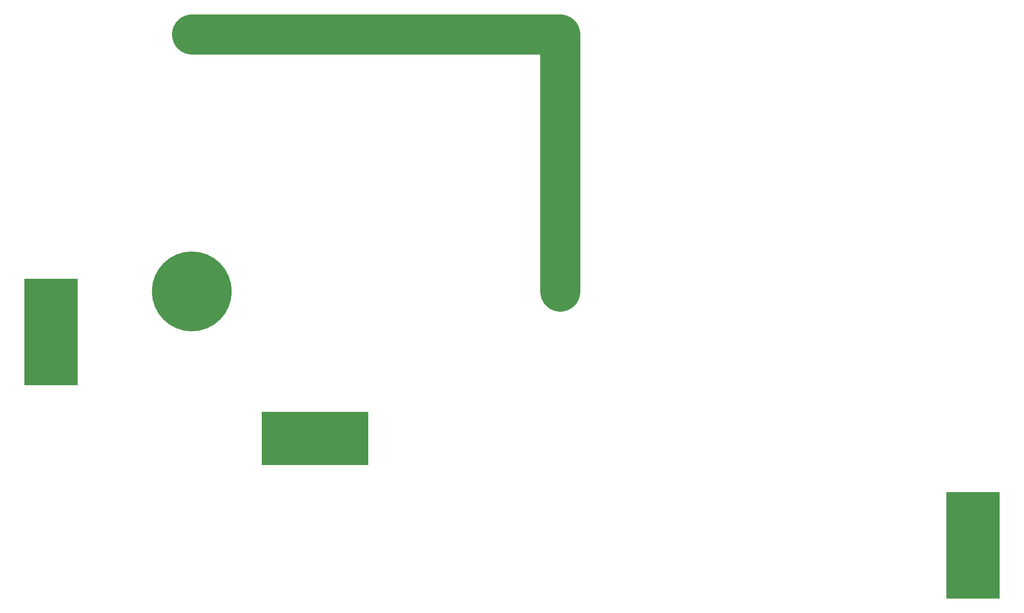
<source format=gbr>
G04 Ucamco copyright*
%TF.GenerationSoftware,Ucamco,UcamX,2016.04-160425*%
%TF.CreationDate,2016-04-25T00:00;00+01:00*%
%FSLAX36Y36*%
%MOMM*%
G04 Define standard apertures*
%ADD10C,7.500000*%
%ADD11C,15*%
%ADD12R,20X10*%
%ADD13R,10X20*%
G04 Define block aperture D100, consisting of two draws and a round dot*
%ABD100*%
D10*
X65532000Y17605375D02*
Y65865375D01*
X-3556000D01*
D11*
X-3556000Y17605375D03*
%AB*%
G04 Define block aperture D101, consisting of 2x2 flashes of D100*
%ABD101*%
D100*
X-30000000Y10000000D03*
X-30000000Y10000070D03*
X-29999900Y10000000D03*
X-29999900Y10000070D03*
%AB*%	
G04 Define block aperture  D102, consisting of 2x3 flashes of D101 and 1 flash of D12*
%ABD102*%
D101*
X-30000000Y10000000D03*
X-30000000Y10000160D03*
X-30000000Y10000320D03*
X-29999770Y10000000D03*
X-29999770Y10000160D03*
X-29999770Y10000320D03*
D12*
X19500000Y-10000000D03*
%AB*%
G04 Flash D13 twice outside of blocks*
D13*
X-30000000Y10000000D03*
X143000000Y-30000000D03*
G04 Flash block D102 3x2 times*
D102*
X-30000000Y10000000D03*
X-30000000Y10000520D03*
X-29999500Y10000000D03*
X-29999500Y10000520D03*
X-29999000Y10000000D03*
X-29999000Y10000520D03*
M02*

</source>
